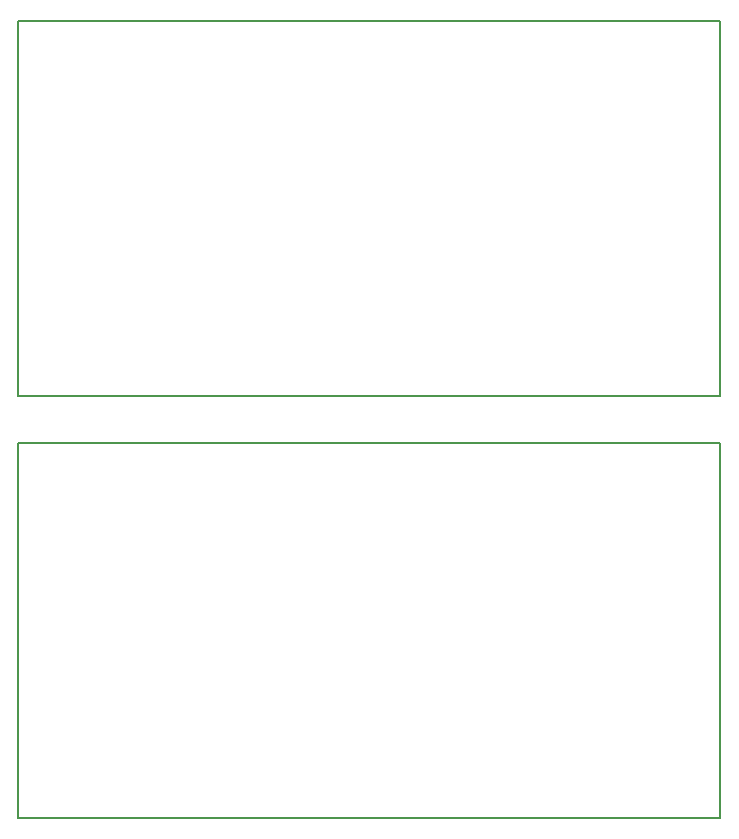
<source format=gbr>
G04 #@! TF.FileFunction,Profile,NP*
%FSLAX46Y46*%
G04 Gerber Fmt 4.6, Leading zero omitted, Abs format (unit mm)*
G04 Created by KiCad (PCBNEW 4.0.6) date 07/05/17 10:03:53*
%MOMM*%
%LPD*%
G01*
G04 APERTURE LIST*
%ADD10C,0.100000*%
%ADD11C,0.150000*%
G04 APERTURE END LIST*
D10*
D11*
X33428000Y-64442000D02*
X92102000Y-64442000D01*
X92102000Y-96192000D02*
X32666000Y-96192000D01*
X32666000Y-96192000D02*
X32666000Y-64442000D01*
X92102000Y-64442000D02*
X92102000Y-96192000D01*
X32666000Y-64442000D02*
X33428000Y-64442000D01*
X92102000Y-60452000D02*
X32666000Y-60452000D01*
X92102000Y-28702000D02*
X92102000Y-60452000D01*
X32666000Y-60452000D02*
X32666000Y-28702000D01*
X32666000Y-28702000D02*
X33428000Y-28702000D01*
X33428000Y-28702000D02*
X92102000Y-28702000D01*
M02*

</source>
